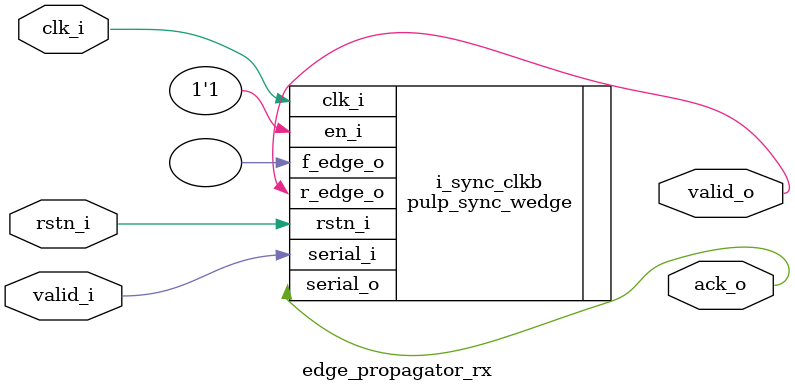
<source format=v>
module edge_propagator_rx (
	clk_i,
	rstn_i,
	valid_i,
	ack_o,
	valid_o
);
	input wire clk_i;
	input wire rstn_i;
	input wire valid_i;
	output wire ack_o;
	output wire valid_o;
	pulp_sync_wedge i_sync_clkb(
		.clk_i(clk_i),
		.rstn_i(rstn_i),
		.en_i(1'b1),
		.serial_i(valid_i),
		.r_edge_o(valid_o),
		.f_edge_o(),
		.serial_o(ack_o)
	);
endmodule

</source>
